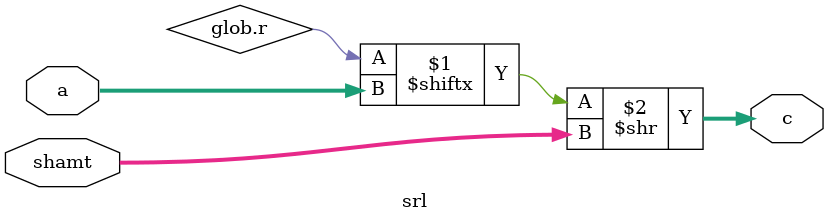
<source format=v>
module srl (
		input [4:0] a,
		input [4:0] shamt,
		output [31:0] c
);
assign c = glob.r[a] >> shamt;
endmodule
</source>
